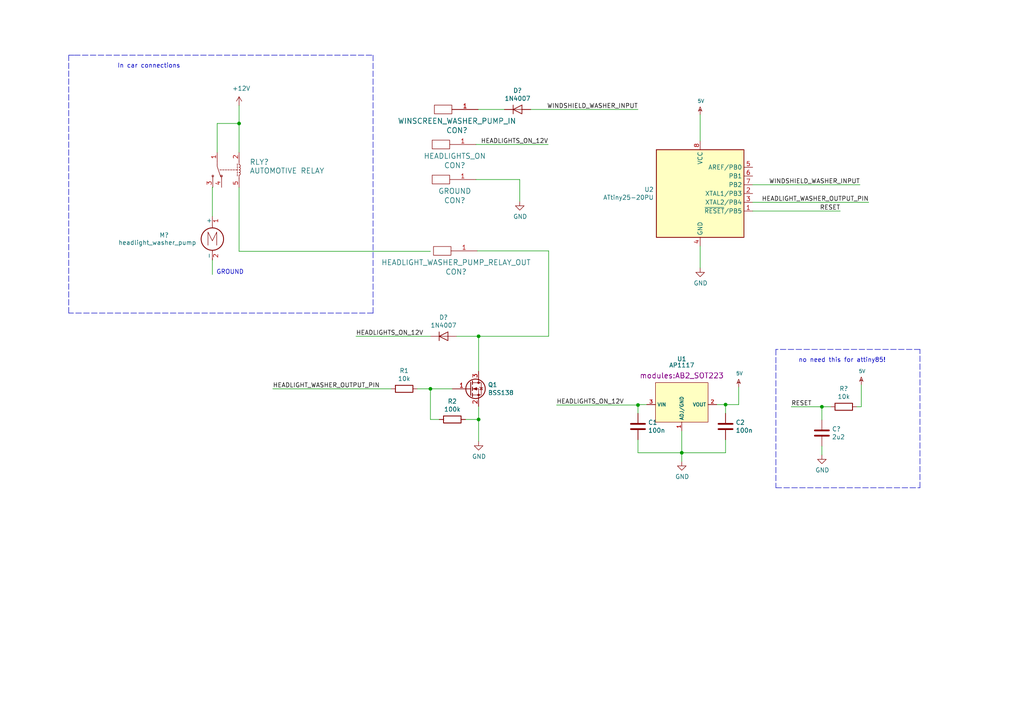
<source format=kicad_sch>
(kicad_sch (version 20200602) (host eeschema "5.99.0-unknown-6083c08~88~ubuntu18.04.1")
  (page 1 1)
  (paper "A4")
  (lib_symbols
    (symbol "Device:C" (pin_numbers hide) (pin_names (offset 0.254))
      (property "Reference" "C" (at 0.635 2.54 0))
      (property "Value" "C" (at 0.635 -2.54 0))
      (symbol "C_0_1"
        (polyline (pts (xy -2.032 -0.762) (xy 2.032 -0.762)) (stroke (width 0.508)))
        (polyline (pts (xy -2.032 0.762) (xy 2.032 0.762)) (stroke (width 0.508)))
      )
      (symbol "C_1_1"
        (pin passive line (at 0 3.81 270) (length 2.794) (name "~") (number "1"))
        (pin passive line (at 0 -3.81 90) (length 2.794) (name "~") (number "2"))
      )
    )
    (symbol "Device:R" (pin_numbers hide) (pin_names (offset 0))
      (property "Reference" "R" (at 2.032 0 90))
      (property "Value" "R" (at 0 0 90))
      (symbol "R_0_1"
        (rectangle (start -1.016 -2.54) (end 1.016 2.54) (stroke (width 0.254)))
      )
      (symbol "R_1_1"
        (pin passive line (at 0 3.81 270) (length 1.27) (name "~") (number "1"))
        (pin passive line (at 0 -3.81 90) (length 1.27) (name "~") (number "2"))
      )
    )
    (symbol "Diode:1N4007" (pin_numbers hide) (pin_names hide)
      (property "Reference" "D" (at 0 2.54 0))
      (property "Value" "1N4007" (at 0 -2.54 0))
      (symbol "1N4007_0_1"
        (polyline (pts (xy -1.27 1.27) (xy -1.27 -1.27)) (stroke (width 0.2032)))
        (polyline (pts (xy 1.27 0) (xy -1.27 0)))
        (polyline (pts (xy 1.27 1.27) (xy 1.27 -1.27) (xy -1.27 0) (xy 1.27 1.27)) (stroke (width 0.2032)))
      )
      (symbol "1N4007_1_1"
        (pin passive line (at -3.81 0 0) (length 2.54) (name "K") (number "1"))
        (pin passive line (at 3.81 0 180) (length 2.54) (name "A") (number "2"))
      )
    )
    (symbol "Diode:1N4007_1" (pin_numbers hide) (pin_names hide)
      (property "Reference" "D" (at 0 2.54 0))
      (property "Value" "1N4007" (at 0 -2.54 0))
      (symbol "1N4007_1_0_1"
        (polyline (pts (xy -1.27 1.27) (xy -1.27 -1.27)) (stroke (width 0.2032)))
        (polyline (pts (xy 1.27 0) (xy -1.27 0)))
        (polyline (pts (xy 1.27 1.27) (xy 1.27 -1.27) (xy -1.27 0) (xy 1.27 1.27)) (stroke (width 0.2032)))
      )
      (symbol "1N4007_1_1_1"
        (pin passive line (at -3.81 0 0) (length 2.54) (name "K") (number "1"))
        (pin passive line (at 3.81 0 180) (length 2.54) (name "A") (number "2"))
      )
    )
    (symbol "MCU_Microchip_ATtiny:ATtiny25-20PU" (pin_names (offset 0.508))
      (property "Reference" "U" (at -12.7 13.97 0))
      (property "Value" "ATtiny25-20PU" (at 2.54 -13.97 0))
      (symbol "ATtiny25-20PU_0_1"
        (rectangle (start -12.7 -12.7) (end 12.7 12.7) (stroke (width 0.254)) (fill (type background)))
      )
      (symbol "ATtiny25-20PU_1_1"
        (pin tri_state line (at 15.24 -5.08 180) (length 2.54) (name "~RESET~/PB5") (number "1"))
        (pin tri_state line (at 15.24 0 180) (length 2.54) (name "XTAL1/PB3") (number "2"))
        (pin tri_state line (at 15.24 -2.54 180) (length 2.54) (name "XTAL2/PB4") (number "3"))
        (pin power_in line (at 0 -15.24 90) (length 2.54) (name "GND") (number "4"))
        (pin tri_state line (at 15.24 7.62 180) (length 2.54) (name "AREF/PB0") (number "5"))
        (pin tri_state line (at 15.24 5.08 180) (length 2.54) (name "PB1") (number "6"))
        (pin tri_state line (at 15.24 2.54 180) (length 2.54) (name "PB2") (number "7"))
        (pin power_in line (at 0 15.24 270) (length 2.54) (name "VCC") (number "8"))
      )
    )
    (symbol "Motor:Motor_DC" (pin_names (offset 0))
      (property "Reference" "M" (at 2.54 2.54 0))
      (property "Value" "Motor_DC" (at 2.54 -5.08 0))
      (symbol "Motor_DC_0_1"
        (circle (center 0 -1.524) (radius 3.2512) (stroke (width 0.254)))
        (polyline (pts (xy 0 -7.62) (xy 0 -7.112)))
        (polyline (pts (xy 0 -4.7752) (xy 0 -5.1816)))
        (polyline (pts (xy 0 1.7272) (xy 0 2.0828)))
        (polyline (pts (xy 0 2.032) (xy 0 2.54)))
      )
      (symbol "Motor_DC_0_0"
        (polyline (pts (xy -1.27 -3.302) (xy -1.27 0.508) (xy 0 -2.032) (xy 1.27 0.508) (xy 1.27 -3.302)))
      )
      (symbol "Motor_DC_1_1"
        (pin passive line (at 0 5.08 270) (length 2.54) (name "+") (number "1"))
        (pin passive line (at 0 -7.62 90) (length 2.54) (name "-") (number "2"))
      )
    )
    (symbol "Transistor_FET:BSS138" (pin_names (offset 0) hide)
      (property "Reference" "Q" (at 5.08 1.905 0))
      (property "Value" "BSS138" (at 5.08 0 0))
      (symbol "BSS138_0_1"
        (circle (center 1.651 0) (radius 2.8194) (stroke (width 0.254)))
        (circle (center 2.54 -1.778) (radius 0.2794) (fill (type outline)))
        (circle (center 2.54 1.778) (radius 0.2794) (fill (type outline)))
        (polyline (pts (xy 0.762 -1.778) (xy 2.54 -1.778)))
        (polyline (pts (xy 0.762 -1.27) (xy 0.762 -2.286)) (stroke (width 0.254)))
        (polyline (pts (xy 0.762 0) (xy 2.54 0)))
        (polyline (pts (xy 0.762 0.508) (xy 0.762 -0.508)) (stroke (width 0.254)))
        (polyline (pts (xy 0.762 1.778) (xy 2.54 1.778)))
        (polyline (pts (xy 0.762 2.286) (xy 0.762 1.27)) (stroke (width 0.254)))
        (polyline (pts (xy 2.54 -1.778) (xy 2.54 -2.54)))
        (polyline (pts (xy 2.54 -1.778) (xy 2.54 0)))
        (polyline (pts (xy 2.54 2.54) (xy 2.54 1.778)))
        (polyline (pts (xy 0.254 1.905) (xy 0.254 -1.905) (xy 0.254 -1.905)) (stroke (width 0.254)))
        (polyline (pts (xy 1.016 0) (xy 2.032 0.381) (xy 2.032 -0.381) (xy 1.016 0)) (fill (type outline)))
        (polyline (pts (xy 2.54 -1.778) (xy 3.302 -1.778) (xy 3.302 1.778) (xy 2.54 1.778)))
        (polyline (pts (xy 2.794 0.508) (xy 2.921 0.381) (xy 3.683 0.381) (xy 3.81 0.254)))
        (polyline (pts (xy 3.302 0.381) (xy 2.921 -0.254) (xy 3.683 -0.254) (xy 3.302 0.381)))
      )
      (symbol "BSS138_1_1"
        (pin input line (at -5.08 0 0) (length 5.334) (name "G") (number "1"))
        (pin passive line (at 2.54 -5.08 90) (length 2.54) (name "S") (number "2"))
        (pin passive line (at 2.54 5.08 270) (length 2.54) (name "D") (number "3"))
      )
    )
    (symbol "gencon:CONN_1" (pin_names hide)
      (property "Reference" "CON" (at 0 2.54 0))
      (property "Value" "CONN_1" (at 0 -2.54 0))
      (symbol "CONN_1_0_1"
        (rectangle (start -2.54 -1.27) (end 2.54 1.27))
      )
      (symbol "CONN_1_1_1"
        (pin passive line (at -10.16 0 0) (length 7.62) (name "1") (number "1"))
      )
    )
    (symbol "open-project:AP1117"
      (property "Reference" "U" (at 6.35 -6.35 0))
      (property "Value" "AP1117" (at 0 7.62 0))
      (symbol "AP1117_0_1"
        (rectangle (start -7.62 6.35) (end 7.62 -5.08) (fill (type background)))
      )
      (symbol "AP1117_1_1"
        (pin input line (at 0 -7.62 90) (length 2.54) (name "ADJ/GND") (number "1"))
        (pin power_out line (at 10.16 0 180) (length 2.54) (name "VOUT") (number "2"))
        (pin input line (at -10.16 0 0) (length 2.54) (name "VIN") (number "3"))
      )
    )
    (symbol "power:+12V" (power) (pin_names (offset 0))
      (property "Value" "+12V" (at 0 3.556 0))
      (symbol "+12V_0_1"
        (polyline (pts (xy -0.762 1.27) (xy 0 2.54)))
        (polyline (pts (xy 0 0) (xy 0 2.54)))
        (polyline (pts (xy 0 2.54) (xy 0.762 1.27)))
      )
      (symbol "+12V_1_1"
        (pin power_in line (at 0 0 90) (length 0) hide (name "+12V") (number "1"))
      )
    )
    (symbol "power:GND" (power) (pin_names (offset 0))
      (property "Value" "GND" (at 0 -3.81 0))
      (symbol "GND_0_1"
        (polyline (pts (xy 0 0) (xy 0 -1.27) (xy 1.27 -1.27) (xy 0 -2.54) (xy -1.27 -1.27) (xy 0 -1.27)))
      )
      (symbol "GND_1_1"
        (pin power_in line (at 0 0 270) (length 0) hide (name "GND") (number "1"))
      )
    )
    (symbol "tinkerforge:5V" (power) (pin_names (offset 0))
      (property "Value" "5V" (at 0 3.175 0))
      (symbol "5V_0_1"
        (polyline (pts (xy 0 1.524) (xy 0 0)))
        (polyline (pts (xy 0 1.524) (xy 0.508 1.016) (xy 0 2.286) (xy -0.508 1.016) (xy 0 1.524) (xy 0 1.524)))
      )
      (symbol "5V_0_0"
        (pin power_in line (at 0 0 90) (length 0) hide (name "5V") (number "1"))
      )
    )
    (symbol "w_relay:RELAY_HJR-3FF_Z"
      (property "Reference" "RLY" (at 0 6.35 0))
      (property "Value" "RELAY_HJR-3FF_Z" (at 0 -5.969 0))
      (symbol "RELAY_HJR-3FF_Z_0_1"
        (arc (start -0.762 3.81) (end -1.524 3.81) (radius (at -1.143 3.81) (length 0.381) (angles 0.1 179.9)))
        (arc (start 0 3.81) (end -0.762 3.81) (radius (at -0.381 3.81) (length 0.381) (angles 0.1 179.9)))
        (arc (start 0.762 3.81) (end 0 3.81) (radius (at 0.381 3.81) (length 0.381) (angles 0.1 179.9)))
        (arc (start 1.524 3.81) (end 0.762 3.81) (radius (at 1.143 3.81) (length 0.381) (angles 0.1 179.9)))
        (circle (center 1.778 -3.81) (radius 0.254))
        (circle (center 1.778 -1.27) (radius 0.254))
        (polyline (pts (xy -1.778 3.302) (xy -1.27 3.302) (xy -1.27 3.302)))
        (polyline (pts (xy -1.524 -2.54) (xy -2.54 -2.54) (xy -2.54 -2.54)))
        (polyline (pts (xy -1.524 3.81) (xy -2.54 3.81) (xy -2.54 3.81)))
        (polyline (pts (xy -1.016 3.302) (xy -0.508 3.302) (xy -0.508 3.302)))
        (polyline (pts (xy -0.254 3.302) (xy 0.254 3.302) (xy 0.254 3.302)))
        (polyline (pts (xy 0 -1.27) (xy 0 -1.778) (xy 0 -1.778)))
        (polyline (pts (xy 0 -0.508) (xy 0 -1.016) (xy 0 -1.016)))
        (polyline (pts (xy 0 0.254) (xy 0 -0.254) (xy 0 -0.254)))
        (polyline (pts (xy 0 1.016) (xy 0 0.508) (xy 0 0.508)))
        (polyline (pts (xy 0 1.778) (xy 0 1.27) (xy 0 1.27)))
        (polyline (pts (xy 0 2.54) (xy 0 2.032) (xy 0 2.032)))
        (polyline (pts (xy 0 3.302) (xy 0 2.794) (xy 0 2.794)))
        (polyline (pts (xy 0.508 3.302) (xy 1.016 3.302) (xy 1.016 3.302)))
        (polyline (pts (xy 1.27 3.302) (xy 1.778 3.302) (xy 1.778 3.302)))
        (polyline (pts (xy 1.524 3.81) (xy 2.54 3.81) (xy 2.54 3.81)))
        (polyline (pts (xy 2.54 -3.81) (xy 1.778 -3.81) (xy 1.778 -3.81)))
        (polyline (pts (xy 2.54 -1.27) (xy 1.778 -1.27) (xy 1.778 -1.27)))
        (polyline (pts (xy -1.524 -2.54) (xy -1.016 -2.54) (xy 2.032 -1.524) (xy 2.032 -1.524)))
      )
      (symbol "RELAY_HJR-3FF_Z_1_1"
        (pin passive line (at -5.08 -2.54 0) (length 2.54) (name "~") (number "1"))
        (pin passive line (at -5.08 3.81 0) (length 2.54) (name "~") (number "2"))
        (pin passive line (at 5.08 -3.81 180) (length 2.54) (name "~") (number "3"))
        (pin passive line (at 5.08 -1.27 180) (length 2.54) (name "~") (number "4"))
        (pin passive line (at 5.08 3.81 180) (length 2.54) (name "~") (number "5"))
      )
    )
  )
  (junction (at 69.342 35.814))
  (junction (at 124.841 112.776))
  (junction (at 138.811 97.536))
  (junction (at 138.811 121.666))
  (junction (at 185.039 117.475))
  (junction (at 197.739 131.318))
  (junction (at 210.439 117.348))
  (junction (at 238.379 117.983))
  (wire (pts (xy 61.595 54.356) (xy 61.722 54.356)))
  (wire (pts (xy 61.595 62.738) (xy 61.595 54.356)))
  (wire (pts (xy 61.595 75.438) (xy 61.595 79.629)))
  (wire (pts (xy 62.992 35.814) (xy 69.342 35.814)))
  (wire (pts (xy 62.992 44.196) (xy 62.992 35.814)))
  (wire (pts (xy 69.342 30.607) (xy 69.342 35.814)))
  (wire (pts (xy 69.342 35.814) (xy 69.342 44.196)))
  (wire (pts (xy 69.342 54.356) (xy 69.342 72.898)))
  (wire (pts (xy 69.342 72.898) (xy 124.841 72.898)))
  (wire (pts (xy 79.121 112.776) (xy 113.411 112.776)))
  (wire (pts (xy 103.251 97.536) (xy 124.841 97.536)))
  (wire (pts (xy 121.031 112.776) (xy 124.841 112.776)))
  (wire (pts (xy 124.841 112.776) (xy 124.841 121.666)))
  (wire (pts (xy 124.841 112.776) (xy 131.191 112.776)))
  (wire (pts (xy 124.841 121.666) (xy 127.381 121.666)))
  (wire (pts (xy 132.461 97.536) (xy 138.811 97.536)))
  (wire (pts (xy 135.001 121.666) (xy 138.811 121.666)))
  (wire (pts (xy 138.049 41.91) (xy 159.004 41.91)))
  (wire (pts (xy 138.049 52.07) (xy 150.749 52.07)))
  (wire (pts (xy 138.684 31.75) (xy 146.304 31.75)))
  (wire (pts (xy 138.811 107.696) (xy 138.811 97.536)))
  (wire (pts (xy 138.811 117.856) (xy 138.811 121.666)))
  (wire (pts (xy 138.811 128.016) (xy 138.811 121.666)))
  (wire (pts (xy 150.749 52.07) (xy 150.749 58.42)))
  (wire (pts (xy 153.924 31.75) (xy 185.039 31.75)))
  (wire (pts (xy 159.131 72.771) (xy 138.43 72.771)))
  (wire (pts (xy 159.131 97.536) (xy 138.811 97.536)))
  (wire (pts (xy 159.131 97.536) (xy 159.131 72.771)))
  (wire (pts (xy 161.417 117.475) (xy 185.039 117.475)))
  (wire (pts (xy 185.039 117.475) (xy 185.039 117.348)))
  (wire (pts (xy 185.039 119.888) (xy 185.039 117.475)))
  (wire (pts (xy 185.039 131.318) (xy 185.039 127.508)))
  (wire (pts (xy 187.579 117.348) (xy 185.039 117.348)))
  (wire (pts (xy 197.739 124.968) (xy 197.739 131.318)))
  (wire (pts (xy 197.739 131.318) (xy 185.039 131.318)))
  (wire (pts (xy 197.739 131.318) (xy 197.739 133.858)))
  (wire (pts (xy 203.073 33.274) (xy 203.073 40.894)))
  (wire (pts (xy 203.073 71.374) (xy 203.073 77.724)))
  (wire (pts (xy 207.899 117.348) (xy 210.439 117.348)))
  (wire (pts (xy 210.439 117.348) (xy 214.249 117.348)))
  (wire (pts (xy 210.439 119.888) (xy 210.439 117.348)))
  (wire (pts (xy 210.439 127.508) (xy 210.439 131.318)))
  (wire (pts (xy 210.439 131.318) (xy 197.739 131.318)))
  (wire (pts (xy 214.249 117.348) (xy 214.249 112.268)))
  (wire (pts (xy 218.313 53.594) (xy 249.428 53.594)))
  (wire (pts (xy 218.313 58.674) (xy 251.968 58.674)))
  (wire (pts (xy 218.313 61.214) (xy 243.713 61.214)))
  (wire (pts (xy 238.379 117.983) (xy 229.489 117.983)))
  (wire (pts (xy 238.379 117.983) (xy 240.919 117.983)))
  (wire (pts (xy 238.379 121.793) (xy 238.379 117.983)))
  (wire (pts (xy 238.379 129.413) (xy 238.379 131.953)))
  (wire (pts (xy 248.539 117.983) (xy 249.809 117.983)))
  (wire (pts (xy 249.809 117.983) (xy 249.809 111.633)))
  (polyline (pts (xy 19.939 16.002) (xy 21.463 16.002)) (stroke (width 0) (type dash)))
  (polyline (pts (xy 19.939 90.805) (xy 19.939 16.002)) (stroke (width 0) (type dash)))
  (polyline (pts (xy 21.59 16.002) (xy 108.204 16.002)) (stroke (width 0) (type dash)))
  (polyline (pts (xy 108.204 16.002) (xy 108.204 90.805)) (stroke (width 0) (type dash)))
  (polyline (pts (xy 108.204 90.805) (xy 19.939 90.805)) (stroke (width 0) (type dash)))
  (polyline (pts (xy 225.044 101.346) (xy 225.044 105.791)) (stroke (width 0) (type dash)))
  (polyline (pts (xy 225.044 105.791) (xy 225.044 141.478)) (stroke (width 0) (type dash)))
  (polyline (pts (xy 225.044 141.478) (xy 266.827 141.478)) (stroke (width 0) (type dash)))
  (polyline (pts (xy 266.827 101.346) (xy 225.044 101.346)) (stroke (width 0) (type dash)))
  (polyline (pts (xy 266.827 141.478) (xy 266.827 101.346)) (stroke (width 0) (type dash)))
  (text "In car connections" (at 52.324 19.939 180) (effects (font (size 1.27 1.27)) (justify right bottom)))
  (text "GROUND" (at 70.739 79.756 180) (effects (font (size 1.27 1.27)) (justify right bottom)))
  (text "no need this for attiny85!" (at 256.921 105.283 180) (effects (font (size 1.27 1.27)) (justify right bottom)))
  (label "HEADLIGHT_WASHER_OUTPUT_PIN" (at 79.121 112.776 0))
  (label "HEADLIGHTS_ON_12V" (at 103.251 97.536 0))
  (label "HEADLIGHTS_ON_12V" (at 159.004 41.91 180))
  (label "HEADLIGHTS_ON_12V" (at 161.417 117.475 0))
  (label "WINDSHIELD_WASHER_INPUT" (at 185.039 31.75 180))
  (label "RESET" (at 229.489 117.983 0))
  (label "RESET" (at 243.713 61.214 180))
  (label "WINDSHIELD_WASHER_INPUT" (at 249.428 53.594 180))
  (label "HEADLIGHT_WASHER_OUTPUT_PIN" (at 251.968 58.674 180))
  (symbol (lib_id "tinkerforge:5V") (at 203.073 33.274 0) (unit 1)
    (property "Reference" "#PWR0120" (effects hide))
    (property "Value" "5V" (at 203.3016 29.3116 0) (effects (font (size 1.016 1.016))))
  )
  (symbol (lib_id "tinkerforge:5V") (at 214.249 112.268 0) (unit 1)
    (property "Reference" "#PWR0118" (effects hide))
    (property "Value" "5V" (at 214.4776 108.3056 0) (effects (font (size 1.016 1.016))))
  )
  (symbol (lib_id "tinkerforge:5V") (at 249.809 111.633 0) (unit 1)
    (property "Reference" "#PWR?" (effects hide))
    (property "Value" "5V" (at 250.0376 107.6706 0) (effects (font (size 1.016 1.016))))
  )
  (symbol (lib_id "power:+12V") (at 69.342 30.607 0) (unit 1)
    (property "Reference" "#PWR?" (effects hide))
    (property "Value" "+12V" (at 69.977 25.654 0))
  )
  (symbol (lib_id "power:GND") (at 138.811 128.016 0) (unit 1)
    (property "Reference" "#PWR0107" (effects hide))
    (property "Value" "GND" (at 138.938 132.4102 0))
  )
  (symbol (lib_id "power:GND") (at 150.749 58.42 0) (unit 1)
    (property "Reference" "#PWR?" (effects hide))
    (property "Value" "GND" (at 150.876 62.8142 0))
  )
  (symbol (lib_id "power:GND") (at 197.739 133.858 0) (unit 1)
    (property "Reference" "#PWR0110" (effects hide))
    (property "Value" "GND" (at 197.866 138.2522 0))
  )
  (symbol (lib_id "power:GND") (at 203.073 77.724 0) (unit 1)
    (property "Reference" "#PWR0119" (effects hide))
    (property "Value" "GND" (at 203.2 82.1182 0))
  )
  (symbol (lib_id "power:GND") (at 238.379 131.953 0) (unit 1)
    (property "Reference" "#PWR?" (effects hide))
    (property "Value" "GND" (at 238.506 136.3472 0))
  )
  (symbol (lib_id "Device:R") (at 117.221 112.776 270) (unit 1)
    (property "Reference" "R1" (at 117.221 107.5182 90))
    (property "Value" "10k" (at 117.221 109.8296 90))
    (property "Footprint" "Resistors_SMD.pretty:R_0805_HandSoldering" (effects hide))
  )
  (symbol (lib_id "Device:R") (at 131.191 121.666 270) (unit 1)
    (property "Reference" "R2" (at 131.191 116.4082 90))
    (property "Value" "100k" (at 131.191 118.7196 90))
    (property "Footprint" "Resistors_SMD.pretty:R_0805_HandSoldering" (effects hide))
  )
  (symbol (lib_id "Device:R") (at 244.729 117.983 270) (unit 1)
    (property "Reference" "R?" (at 244.729 112.7252 90))
    (property "Value" "10k" (at 244.729 115.0366 90))
    (property "Footprint" "Resistors_SMD.pretty:R_0805_HandSoldering" (effects hide))
  )
  (symbol (lib_id "Diode:1N4007") (at 128.651 97.536 0) (unit 1)
    (property "Reference" "D?" (at 128.651 92.0496 0))
    (property "Value" "1N4007" (at 128.651 94.361 0))
    (property "Footprint" "Diode_THT:D_DO-41_SOD81_P10.16mm_Horizontal" (effects hide))
    (property "Datasheet" "http://www.vishay.com/docs/88503/1n4001.pdf" (effects hide))
  )
  (symbol (lib_name "Diode:1N4007_1") (lib_id "Diode:1N4007") (at 150.114 31.75 0) (unit 1)
    (property "Reference" "D?" (at 150.114 26.2636 0))
    (property "Value" "1N4007" (at 150.114 28.575 0))
    (property "Footprint" "Diode_THT:D_DO-41_SOD81_P10.16mm_Horizontal" (effects hide))
    (property "Datasheet" "http://www.vishay.com/docs/88503/1n4001.pdf" (effects hide))
  )
  (symbol (lib_id "gencon:CONN_1") (at 127.889 41.91 180) (unit 1)
    (property "Reference" "CON?" (at 131.9022 47.9806 0) (effects (font (size 1.524 1.524))))
    (property "Value" "HEADLIGHTS_ON" (at 131.9022 45.2628 0) (effects (font (size 1.524 1.524))))
  )
  (symbol (lib_id "gencon:CONN_1") (at 127.889 52.07 180) (unit 1)
    (property "Reference" "CON?" (at 131.9022 58.1406 0) (effects (font (size 1.524 1.524))))
    (property "Value" "GROUND" (at 131.9022 55.4228 0) (effects (font (size 1.524 1.524))))
  )
  (symbol (lib_id "gencon:CONN_1") (at 128.27 72.771 180) (unit 1)
    (property "Reference" "CON?" (at 132.2832 78.8416 0) (effects (font (size 1.524 1.524))))
    (property "Value" "HEADLIGHT_WASHER_PUMP_RELAY_OUT" (at 132.283 76.124 0) (effects (font (size 1.524 1.524))))
  )
  (symbol (lib_id "gencon:CONN_1") (at 128.524 31.75 180) (unit 1)
    (property "Reference" "CON?" (at 132.5372 37.8206 0) (effects (font (size 1.524 1.524))))
    (property "Value" "WINSCREEN_WASHER_PUMP_IN" (at 132.5372 35.1028 0) (effects (font (size 1.524 1.524))))
  )
  (symbol (lib_id "Device:C") (at 185.039 123.698 0) (unit 1)
    (property "Reference" "C1" (at 187.96 122.5296 0) (effects (justify left)))
    (property "Value" "100n" (at 187.96 124.841 0) (effects (justify left)))
    (property "Footprint" "Capacitors_SMD.pretty:C_0805_HandSoldering" (effects hide))
  )
  (symbol (lib_id "Device:C") (at 210.439 123.698 0) (unit 1)
    (property "Reference" "C2" (at 213.36 122.5296 0) (effects (justify left)))
    (property "Value" "100n" (at 213.36 124.841 0) (effects (justify left)))
    (property "Footprint" "Capacitors_SMD.pretty:C_0805_HandSoldering" (effects hide))
  )
  (symbol (lib_id "Device:C") (at 238.379 125.603 0) (unit 1)
    (property "Reference" "C?" (at 241.3 124.4346 0) (effects (justify left)))
    (property "Value" "2u2" (at 241.3 126.746 0) (effects (justify left)))
    (property "Footprint" "Capacitors_SMD.pretty:C_0805_HandSoldering" (effects hide))
  )
  (symbol (lib_id "Motor:Motor_DC") (at 61.595 67.818 0) (unit 1)
    (property "Reference" "M?" (at 46.228 68.199 0) (effects (justify left)))
    (property "Value" "headlight_washer_pump" (at 34.29 70.358 0) (effects (justify left)))
  )
  (symbol (lib_id "w_relay:RELAY_HJR-3FF_Z") (at 65.532 49.276 270) (unit 1)
    (property "Reference" "RLY?" (at 72.39 46.99 90) (effects (font (size 1.524 1.524)) (justify left)))
    (property "Value" "AUTOMOTIVE RELAY" (at 72.39 49.53 90) (effects (font (size 1.524 1.524)) (justify left)))
  )
  (symbol (lib_id "Transistor_FET:BSS138") (at 136.271 112.776 0) (unit 1)
    (property "Reference" "Q1" (at 141.5034 111.6076 0) (effects (justify left)))
    (property "Value" "BSS138" (at 141.5034 113.919 0) (effects (justify left)))
    (property "Footprint" "Housings_SOT-23_SOT-143_TSOT-6.pretty:SOT-23_Handsoldering" (effects hide))
    (property "Datasheet" "https://www.fairchildsemi.com/datasheets/BS/BSS138.pdf" (effects hide))
  )
  (symbol (lib_id "open-project:AP1117") (at 197.739 117.348 0) (unit 1)
    (property "Reference" "U1" (at 197.739 104.1146 0))
    (property "Value" "AP1117" (at 197.739 105.918 0))
    (property "Footprint" "modules:AB2_SOT223" (at 197.739 108.9406 0) (effects (font (size 1.524 1.524))))
  )
  (symbol (lib_id "MCU_Microchip_ATtiny:ATtiny25-20PU") (at 203.073 56.134 0) (unit 1)
    (property "Reference" "U2" (at 189.6364 54.9656 0) (effects (justify right)))
    (property "Value" "ATtiny25-20PU" (at 189.6364 57.277 0) (effects (justify right)))
    (property "Footprint" "Housings_SOIC:SO-8_5.3x6.2mm_Pitch1.27mm" (effects hide))
    (property "Datasheet" "http://ww1.microchip.com/downloads/en/DeviceDoc/atmel-2586-avr-8-bit-microcontroller-attiny25-attiny45-attiny85_datasheet.pdf" (effects hide))
  )
)
</source>
